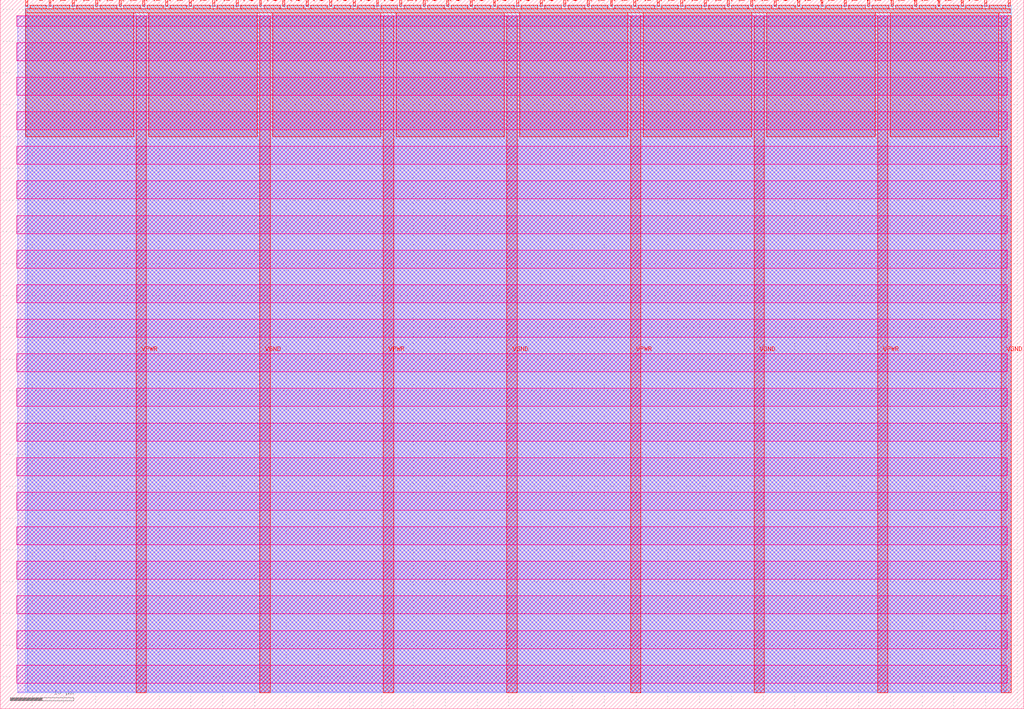
<source format=lef>
VERSION 5.7 ;
  NOWIREEXTENSIONATPIN ON ;
  DIVIDERCHAR "/" ;
  BUSBITCHARS "[]" ;
MACRO tt_um_template
  CLASS BLOCK ;
  FOREIGN tt_um_template ;
  ORIGIN 0.000 0.000 ;
  SIZE 161.000 BY 111.520 ;
  PIN VGND
    DIRECTION INOUT ;
    USE GROUND ;
    PORT
      LAYER met4 ;
        RECT 40.830 2.480 42.430 109.040 ;
    END
    PORT
      LAYER met4 ;
        RECT 79.700 2.480 81.300 109.040 ;
    END
    PORT
      LAYER met4 ;
        RECT 118.570 2.480 120.170 109.040 ;
    END
    PORT
      LAYER met4 ;
        RECT 157.440 2.480 159.040 109.040 ;
    END
  END VGND
  PIN VPWR
    DIRECTION INOUT ;
    USE POWER ;
    PORT
      LAYER met4 ;
        RECT 21.395 2.480 22.995 109.040 ;
    END
    PORT
      LAYER met4 ;
        RECT 60.265 2.480 61.865 109.040 ;
    END
    PORT
      LAYER met4 ;
        RECT 99.135 2.480 100.735 109.040 ;
    END
    PORT
      LAYER met4 ;
        RECT 138.005 2.480 139.605 109.040 ;
    END
  END VPWR
  PIN clk
    DIRECTION INPUT ;
    USE SIGNAL ;
    ANTENNAGATEAREA 0.852000 ;
    PORT
      LAYER met4 ;
        RECT 154.870 110.520 155.170 111.520 ;
    END
  END clk
  PIN ena
    DIRECTION INPUT ;
    USE SIGNAL ;
    ANTENNAGATEAREA 0.196500 ;
    PORT
      LAYER met4 ;
        RECT 158.550 110.520 158.850 111.520 ;
    END
  END ena
  PIN rst_n
    DIRECTION INPUT ;
    USE SIGNAL ;
    ANTENNAGATEAREA 0.196500 ;
    PORT
      LAYER met4 ;
        RECT 151.190 110.520 151.490 111.520 ;
    END
  END rst_n
  PIN ui_in[0]
    DIRECTION INPUT ;
    USE SIGNAL ;
    ANTENNAGATEAREA 0.196500 ;
    PORT
      LAYER met4 ;
        RECT 147.510 110.520 147.810 111.520 ;
    END
  END ui_in[0]
  PIN ui_in[1]
    DIRECTION INPUT ;
    USE SIGNAL ;
    ANTENNAGATEAREA 0.196500 ;
    PORT
      LAYER met4 ;
        RECT 143.830 110.520 144.130 111.520 ;
    END
  END ui_in[1]
  PIN ui_in[2]
    DIRECTION INPUT ;
    USE SIGNAL ;
    ANTENNAGATEAREA 0.196500 ;
    PORT
      LAYER met4 ;
        RECT 140.150 110.520 140.450 111.520 ;
    END
  END ui_in[2]
  PIN ui_in[3]
    DIRECTION INPUT ;
    USE SIGNAL ;
    ANTENNAGATEAREA 0.196500 ;
    PORT
      LAYER met4 ;
        RECT 136.470 110.520 136.770 111.520 ;
    END
  END ui_in[3]
  PIN ui_in[4]
    DIRECTION INPUT ;
    USE SIGNAL ;
    ANTENNAGATEAREA 0.196500 ;
    PORT
      LAYER met4 ;
        RECT 132.790 110.520 133.090 111.520 ;
    END
  END ui_in[4]
  PIN ui_in[5]
    DIRECTION INPUT ;
    USE SIGNAL ;
    ANTENNAGATEAREA 0.196500 ;
    PORT
      LAYER met4 ;
        RECT 129.110 110.520 129.410 111.520 ;
    END
  END ui_in[5]
  PIN ui_in[6]
    DIRECTION INPUT ;
    USE SIGNAL ;
    ANTENNAGATEAREA 0.196500 ;
    PORT
      LAYER met4 ;
        RECT 125.430 110.520 125.730 111.520 ;
    END
  END ui_in[6]
  PIN ui_in[7]
    DIRECTION INPUT ;
    USE SIGNAL ;
    ANTENNAGATEAREA 0.196500 ;
    PORT
      LAYER met4 ;
        RECT 121.750 110.520 122.050 111.520 ;
    END
  END ui_in[7]
  PIN uio_in[0]
    DIRECTION INPUT ;
    USE SIGNAL ;
    ANTENNAGATEAREA 0.196500 ;
    PORT
      LAYER met4 ;
        RECT 118.070 110.520 118.370 111.520 ;
    END
  END uio_in[0]
  PIN uio_in[1]
    DIRECTION INPUT ;
    USE SIGNAL ;
    ANTENNAGATEAREA 0.196500 ;
    PORT
      LAYER met4 ;
        RECT 114.390 110.520 114.690 111.520 ;
    END
  END uio_in[1]
  PIN uio_in[2]
    DIRECTION INPUT ;
    USE SIGNAL ;
    ANTENNAGATEAREA 0.196500 ;
    PORT
      LAYER met4 ;
        RECT 110.710 110.520 111.010 111.520 ;
    END
  END uio_in[2]
  PIN uio_in[3]
    DIRECTION INPUT ;
    USE SIGNAL ;
    ANTENNAGATEAREA 0.196500 ;
    PORT
      LAYER met4 ;
        RECT 107.030 110.520 107.330 111.520 ;
    END
  END uio_in[3]
  PIN uio_in[4]
    DIRECTION INPUT ;
    USE SIGNAL ;
    ANTENNAGATEAREA 0.196500 ;
    PORT
      LAYER met4 ;
        RECT 103.350 110.520 103.650 111.520 ;
    END
  END uio_in[4]
  PIN uio_in[5]
    DIRECTION INPUT ;
    USE SIGNAL ;
    ANTENNAGATEAREA 0.196500 ;
    PORT
      LAYER met4 ;
        RECT 99.670 110.520 99.970 111.520 ;
    END
  END uio_in[5]
  PIN uio_in[6]
    DIRECTION INPUT ;
    USE SIGNAL ;
    ANTENNAGATEAREA 0.196500 ;
    PORT
      LAYER met4 ;
        RECT 95.990 110.520 96.290 111.520 ;
    END
  END uio_in[6]
  PIN uio_in[7]
    DIRECTION INPUT ;
    USE SIGNAL ;
    ANTENNAGATEAREA 0.196500 ;
    PORT
      LAYER met4 ;
        RECT 92.310 110.520 92.610 111.520 ;
    END
  END uio_in[7]
  PIN uio_oe[0]
    DIRECTION OUTPUT TRISTATE ;
    USE SIGNAL ;
    PORT
      LAYER met4 ;
        RECT 29.750 110.520 30.050 111.520 ;
    END
  END uio_oe[0]
  PIN uio_oe[1]
    DIRECTION OUTPUT TRISTATE ;
    USE SIGNAL ;
    PORT
      LAYER met4 ;
        RECT 26.070 110.520 26.370 111.520 ;
    END
  END uio_oe[1]
  PIN uio_oe[2]
    DIRECTION OUTPUT TRISTATE ;
    USE SIGNAL ;
    PORT
      LAYER met4 ;
        RECT 22.390 110.520 22.690 111.520 ;
    END
  END uio_oe[2]
  PIN uio_oe[3]
    DIRECTION OUTPUT TRISTATE ;
    USE SIGNAL ;
    PORT
      LAYER met4 ;
        RECT 18.710 110.520 19.010 111.520 ;
    END
  END uio_oe[3]
  PIN uio_oe[4]
    DIRECTION OUTPUT TRISTATE ;
    USE SIGNAL ;
    PORT
      LAYER met4 ;
        RECT 15.030 110.520 15.330 111.520 ;
    END
  END uio_oe[4]
  PIN uio_oe[5]
    DIRECTION OUTPUT TRISTATE ;
    USE SIGNAL ;
    PORT
      LAYER met4 ;
        RECT 11.350 110.520 11.650 111.520 ;
    END
  END uio_oe[5]
  PIN uio_oe[6]
    DIRECTION OUTPUT TRISTATE ;
    USE SIGNAL ;
    PORT
      LAYER met4 ;
        RECT 7.670 110.520 7.970 111.520 ;
    END
  END uio_oe[6]
  PIN uio_oe[7]
    DIRECTION OUTPUT TRISTATE ;
    USE SIGNAL ;
    PORT
      LAYER met4 ;
        RECT 3.990 110.520 4.290 111.520 ;
    END
  END uio_oe[7]
  PIN uio_out[0]
    DIRECTION OUTPUT TRISTATE ;
    USE SIGNAL ;
    ANTENNADIFFAREA 0.445500 ;
    PORT
      LAYER met4 ;
        RECT 59.190 110.520 59.490 111.520 ;
    END
  END uio_out[0]
  PIN uio_out[1]
    DIRECTION OUTPUT TRISTATE ;
    USE SIGNAL ;
    ANTENNADIFFAREA 0.445500 ;
    PORT
      LAYER met4 ;
        RECT 55.510 110.520 55.810 111.520 ;
    END
  END uio_out[1]
  PIN uio_out[2]
    DIRECTION OUTPUT TRISTATE ;
    USE SIGNAL ;
    ANTENNADIFFAREA 0.445500 ;
    PORT
      LAYER met4 ;
        RECT 51.830 110.520 52.130 111.520 ;
    END
  END uio_out[2]
  PIN uio_out[3]
    DIRECTION OUTPUT TRISTATE ;
    USE SIGNAL ;
    ANTENNADIFFAREA 0.445500 ;
    PORT
      LAYER met4 ;
        RECT 48.150 110.520 48.450 111.520 ;
    END
  END uio_out[3]
  PIN uio_out[4]
    DIRECTION OUTPUT TRISTATE ;
    USE SIGNAL ;
    PORT
      LAYER met4 ;
        RECT 44.470 110.520 44.770 111.520 ;
    END
  END uio_out[4]
  PIN uio_out[5]
    DIRECTION OUTPUT TRISTATE ;
    USE SIGNAL ;
    PORT
      LAYER met4 ;
        RECT 40.790 110.520 41.090 111.520 ;
    END
  END uio_out[5]
  PIN uio_out[6]
    DIRECTION OUTPUT TRISTATE ;
    USE SIGNAL ;
    PORT
      LAYER met4 ;
        RECT 37.110 110.520 37.410 111.520 ;
    END
  END uio_out[6]
  PIN uio_out[7]
    DIRECTION OUTPUT TRISTATE ;
    USE SIGNAL ;
    PORT
      LAYER met4 ;
        RECT 33.430 110.520 33.730 111.520 ;
    END
  END uio_out[7]
  PIN uo_out[0]
    DIRECTION OUTPUT TRISTATE ;
    USE SIGNAL ;
    ANTENNADIFFAREA 0.445500 ;
    PORT
      LAYER met4 ;
        RECT 88.630 110.520 88.930 111.520 ;
    END
  END uo_out[0]
  PIN uo_out[1]
    DIRECTION OUTPUT TRISTATE ;
    USE SIGNAL ;
    ANTENNADIFFAREA 0.445500 ;
    PORT
      LAYER met4 ;
        RECT 84.950 110.520 85.250 111.520 ;
    END
  END uo_out[1]
  PIN uo_out[2]
    DIRECTION OUTPUT TRISTATE ;
    USE SIGNAL ;
    ANTENNADIFFAREA 0.445500 ;
    PORT
      LAYER met4 ;
        RECT 81.270 110.520 81.570 111.520 ;
    END
  END uo_out[2]
  PIN uo_out[3]
    DIRECTION OUTPUT TRISTATE ;
    USE SIGNAL ;
    ANTENNADIFFAREA 0.445500 ;
    PORT
      LAYER met4 ;
        RECT 77.590 110.520 77.890 111.520 ;
    END
  END uo_out[3]
  PIN uo_out[4]
    DIRECTION OUTPUT TRISTATE ;
    USE SIGNAL ;
    ANTENNADIFFAREA 0.445500 ;
    PORT
      LAYER met4 ;
        RECT 73.910 110.520 74.210 111.520 ;
    END
  END uo_out[4]
  PIN uo_out[5]
    DIRECTION OUTPUT TRISTATE ;
    USE SIGNAL ;
    ANTENNADIFFAREA 0.445500 ;
    PORT
      LAYER met4 ;
        RECT 70.230 110.520 70.530 111.520 ;
    END
  END uo_out[5]
  PIN uo_out[6]
    DIRECTION OUTPUT TRISTATE ;
    USE SIGNAL ;
    ANTENNADIFFAREA 0.445500 ;
    PORT
      LAYER met4 ;
        RECT 66.550 110.520 66.850 111.520 ;
    END
  END uo_out[6]
  PIN uo_out[7]
    DIRECTION OUTPUT TRISTATE ;
    USE SIGNAL ;
    ANTENNADIFFAREA 0.795200 ;
    PORT
      LAYER met4 ;
        RECT 62.870 110.520 63.170 111.520 ;
    END
  END uo_out[7]
  OBS
      LAYER nwell ;
        RECT 2.570 107.385 158.430 108.990 ;
        RECT 2.570 101.945 158.430 104.775 ;
        RECT 2.570 96.505 158.430 99.335 ;
        RECT 2.570 91.065 158.430 93.895 ;
        RECT 2.570 85.625 158.430 88.455 ;
        RECT 2.570 80.185 158.430 83.015 ;
        RECT 2.570 74.745 158.430 77.575 ;
        RECT 2.570 69.305 158.430 72.135 ;
        RECT 2.570 63.865 158.430 66.695 ;
        RECT 2.570 58.425 158.430 61.255 ;
        RECT 2.570 52.985 158.430 55.815 ;
        RECT 2.570 47.545 158.430 50.375 ;
        RECT 2.570 42.105 158.430 44.935 ;
        RECT 2.570 36.665 158.430 39.495 ;
        RECT 2.570 31.225 158.430 34.055 ;
        RECT 2.570 25.785 158.430 28.615 ;
        RECT 2.570 20.345 158.430 23.175 ;
        RECT 2.570 14.905 158.430 17.735 ;
        RECT 2.570 9.465 158.430 12.295 ;
        RECT 2.570 4.025 158.430 6.855 ;
      LAYER li1 ;
        RECT 2.760 2.635 158.240 108.885 ;
      LAYER met1 ;
        RECT 2.760 2.480 159.040 109.040 ;
      LAYER met2 ;
        RECT 4.230 2.535 159.010 110.685 ;
      LAYER met3 ;
        RECT 3.950 2.555 159.030 110.665 ;
      LAYER met4 ;
        RECT 4.690 110.120 7.270 110.665 ;
        RECT 8.370 110.120 10.950 110.665 ;
        RECT 12.050 110.120 14.630 110.665 ;
        RECT 15.730 110.120 18.310 110.665 ;
        RECT 19.410 110.120 21.990 110.665 ;
        RECT 23.090 110.120 25.670 110.665 ;
        RECT 26.770 110.120 29.350 110.665 ;
        RECT 30.450 110.120 33.030 110.665 ;
        RECT 34.130 110.120 36.710 110.665 ;
        RECT 37.810 110.120 40.390 110.665 ;
        RECT 41.490 110.120 44.070 110.665 ;
        RECT 45.170 110.120 47.750 110.665 ;
        RECT 48.850 110.120 51.430 110.665 ;
        RECT 52.530 110.120 55.110 110.665 ;
        RECT 56.210 110.120 58.790 110.665 ;
        RECT 59.890 110.120 62.470 110.665 ;
        RECT 63.570 110.120 66.150 110.665 ;
        RECT 67.250 110.120 69.830 110.665 ;
        RECT 70.930 110.120 73.510 110.665 ;
        RECT 74.610 110.120 77.190 110.665 ;
        RECT 78.290 110.120 80.870 110.665 ;
        RECT 81.970 110.120 84.550 110.665 ;
        RECT 85.650 110.120 88.230 110.665 ;
        RECT 89.330 110.120 91.910 110.665 ;
        RECT 93.010 110.120 95.590 110.665 ;
        RECT 96.690 110.120 99.270 110.665 ;
        RECT 100.370 110.120 102.950 110.665 ;
        RECT 104.050 110.120 106.630 110.665 ;
        RECT 107.730 110.120 110.310 110.665 ;
        RECT 111.410 110.120 113.990 110.665 ;
        RECT 115.090 110.120 117.670 110.665 ;
        RECT 118.770 110.120 121.350 110.665 ;
        RECT 122.450 110.120 125.030 110.665 ;
        RECT 126.130 110.120 128.710 110.665 ;
        RECT 129.810 110.120 132.390 110.665 ;
        RECT 133.490 110.120 136.070 110.665 ;
        RECT 137.170 110.120 139.750 110.665 ;
        RECT 140.850 110.120 143.430 110.665 ;
        RECT 144.530 110.120 147.110 110.665 ;
        RECT 148.210 110.120 150.790 110.665 ;
        RECT 151.890 110.120 154.470 110.665 ;
        RECT 155.570 110.120 158.150 110.665 ;
        RECT 3.975 109.440 158.865 110.120 ;
        RECT 3.975 89.935 20.995 109.440 ;
        RECT 23.395 89.935 40.430 109.440 ;
        RECT 42.830 89.935 59.865 109.440 ;
        RECT 62.265 89.935 79.300 109.440 ;
        RECT 81.700 89.935 98.735 109.440 ;
        RECT 101.135 89.935 118.170 109.440 ;
        RECT 120.570 89.935 137.605 109.440 ;
        RECT 140.005 89.935 157.040 109.440 ;
  END
END tt_um_template
END LIBRARY


</source>
